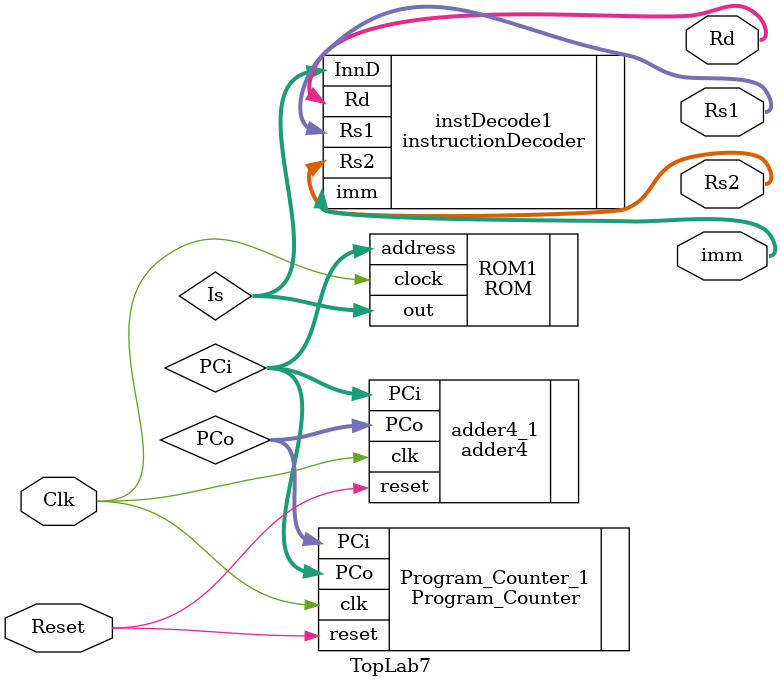
<source format=v>
module TopLab7(Clk,Reset,Rd,Rs1,Rs2,imm);

input Clk;
input Reset;
output [4:0] Rd;
output [4:0] Rs1;
output [4:0] Rs2;
output [11:0] imm;
wire [31:0] Is;
wire [7:0] PCi;
wire [7:0] PCo;


Program_Counter Program_Counter_1(.clk(Clk), .reset(Reset), .PCi(PCo), .PCo(PCi));

adder4 adder4_1(.clk(Clk), .reset(Reset), .PCi(PCi), .PCo(PCo));

ROM ROM1(.out(Is), .clock(Clk), .address(PCi));

instructionDecoder instDecode1(.InnD(Is),.Rd(Rd),.Rs1(Rs1),.Rs2(Rs2),.imm(imm));




endmodule

</source>
